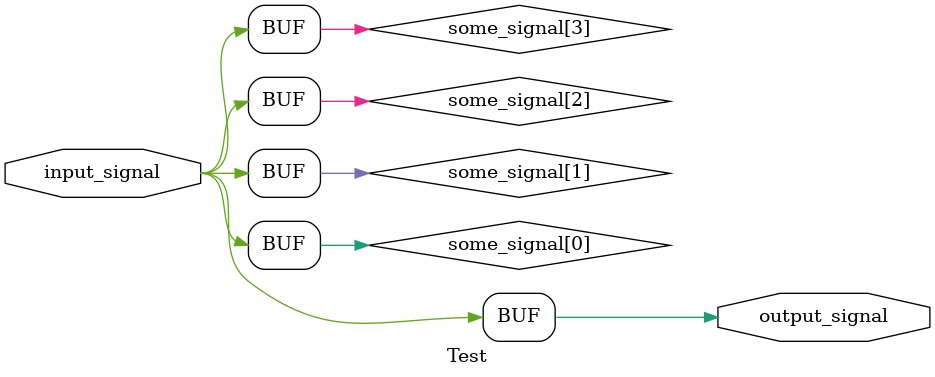
<source format=v>

module t (/*AUTOARG*/
   // Inputs
   clk
   );
   input clk;

   integer      cyc = 0;
   reg [63:0]   crc;
   reg [63:0]   sum;

   // Take CRC data and apply to testblock inputs
   wire   input_signal = crc[0];

   /*AUTOWIRE*/
   // Beginning of automatic wires (for undeclared instantiated-module outputs)
   wire                 output_signal;          // From test of Test.v
   // End of automatics

   Test test (/*AUTOINST*/
              // Outputs
              .output_signal            (output_signal),
              // Inputs
              .input_signal             (input_signal));

   // Aggregate outputs into a single result vector
   wire [63:0] result = {63'h0, output_signal};

   // Test loop
   always @ (posedge clk) begin
`ifdef TEST_VERBOSE
      $write("[%0t] cyc==%0d crc=%x result=%x\n", $time, cyc, crc, result);
`endif
      cyc <= cyc + 1;
      crc <= {crc[62:0], crc[63] ^ crc[2] ^ crc[0]};
      sum <= result ^ {sum[62:0], sum[63] ^ sum[2] ^ sum[0]};
      if (cyc==0) begin
         // Setup
         crc <= 64'h5aef0c8d_d70a4497;
         sum <= '0;
      end
      else if (cyc<10) begin
         sum <= '0;
      end
      else if (cyc<90) begin
      end
      else if (cyc==99) begin
         $write("[%0t] cyc==%0d crc=%x sum=%x\n", $time, cyc, crc, sum);
         if (crc !== 64'hc77bb9b3784ea091) $stop;
         // What checksum will we end up with (above print should match)
`define EXPECTED_SUM 64'h765b2e12b25ec97b
         if (sum !== `EXPECTED_SUM) $stop;
         $write("*-* All Finished *-*\n");
         $finish;
      end
   end

endmodule

module Test (
    input input_signal,
    output output_signal
    );

   // bug872

   // verilator lint_off UNOPTFLAT
   wire    some_signal[1:0][1:0];
   assign some_signal[0][0] = input_signal;
   assign some_signal[0][1] = some_signal[0][0];
   assign some_signal[1][0] = some_signal[0][1];
   assign some_signal[1][1] = some_signal[1][0];
   assign output_signal = some_signal[1][1];

endmodule

</source>
